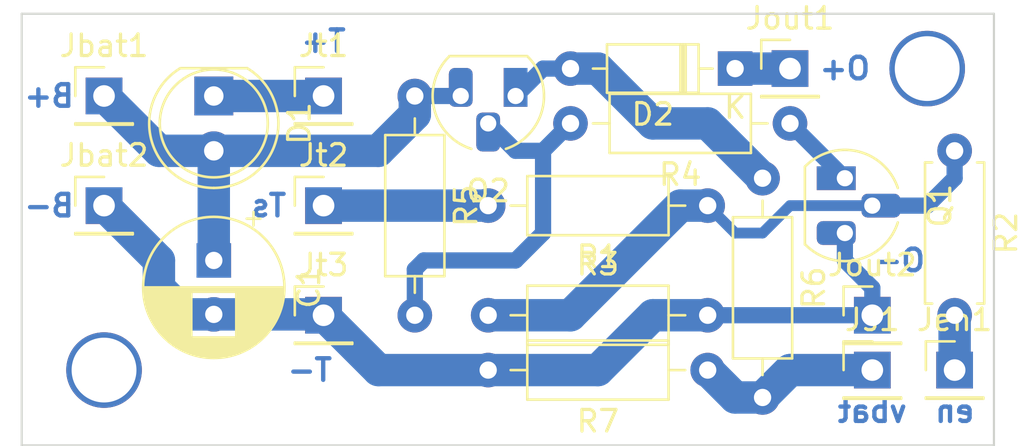
<source format=kicad_pcb>
(kicad_pcb (version 20171130) (host pcbnew 5.1.6-c6e7f7d~87~ubuntu19.10.1)

  (general
    (thickness 1.6)
    (drawings 13)
    (tracks 57)
    (zones 0)
    (modules 21)
    (nets 12)
  )

  (page A4)
  (layers
    (0 F.Cu signal)
    (31 B.Cu signal)
    (32 B.Adhes user)
    (33 F.Adhes user)
    (34 B.Paste user)
    (35 F.Paste user)
    (36 B.SilkS user)
    (37 F.SilkS user)
    (38 B.Mask user)
    (39 F.Mask user)
    (40 Dwgs.User user)
    (41 Cmts.User user)
    (42 Eco1.User user)
    (43 Eco2.User user)
    (44 Edge.Cuts user)
    (45 Margin user)
    (46 B.CrtYd user)
    (47 F.CrtYd user)
    (48 B.Fab user)
    (49 F.Fab user)
  )

  (setup
    (last_trace_width 0.5)
    (user_trace_width 0.5)
    (user_trace_width 0.75)
    (user_trace_width 1.5)
    (user_trace_width 2)
    (trace_clearance 0.2)
    (zone_clearance 1)
    (zone_45_only no)
    (trace_min 0.2)
    (via_size 0.8)
    (via_drill 0.4)
    (via_min_size 0.4)
    (via_min_drill 0.3)
    (uvia_size 0.3)
    (uvia_drill 0.1)
    (uvias_allowed no)
    (uvia_min_size 0.2)
    (uvia_min_drill 0.1)
    (edge_width 0.05)
    (segment_width 0.2)
    (pcb_text_width 0.3)
    (pcb_text_size 1.5 1.5)
    (mod_edge_width 0.12)
    (mod_text_size 1 1)
    (mod_text_width 0.15)
    (pad_size 1.524 1.524)
    (pad_drill 0.762)
    (pad_to_mask_clearance 0.05)
    (aux_axis_origin 0 0)
    (visible_elements FFFFFF7F)
    (pcbplotparams
      (layerselection 0x010fc_ffffffff)
      (usegerberextensions false)
      (usegerberattributes true)
      (usegerberadvancedattributes true)
      (creategerberjobfile true)
      (excludeedgelayer true)
      (linewidth 0.100000)
      (plotframeref false)
      (viasonmask false)
      (mode 1)
      (useauxorigin false)
      (hpglpennumber 1)
      (hpglpenspeed 20)
      (hpglpendiameter 15.000000)
      (psnegative false)
      (psa4output false)
      (plotreference true)
      (plotvalue true)
      (plotinvisibletext false)
      (padsonsilk false)
      (subtractmaskfromsilk false)
      (outputformat 1)
      (mirror false)
      (drillshape 1)
      (scaleselection 1)
      (outputdirectory ""))
  )

  (net 0 "")
  (net 1 "Net-(C1-Pad1)")
  (net 2 GND)
  (net 3 "Net-(D1-Pad1)")
  (net 4 "Net-(D2-Pad1)")
  (net 5 "Net-(D2-Pad2)")
  (net 6 "Net-(Jen1-Pad1)")
  (net 7 "Net-(Js1-Pad1)")
  (net 8 "Net-(Jt2-Pad1)")
  (net 9 "Net-(Q1-Pad1)")
  (net 10 "Net-(Q1-Pad2)")
  (net 11 "Net-(Q2-Pad2)")

  (net_class Default "This is the default net class."
    (clearance 0.2)
    (trace_width 0.25)
    (via_dia 0.8)
    (via_drill 0.4)
    (uvia_dia 0.3)
    (uvia_drill 0.1)
    (add_net GND)
    (add_net "Net-(C1-Pad1)")
    (add_net "Net-(D1-Pad1)")
    (add_net "Net-(D2-Pad1)")
    (add_net "Net-(D2-Pad2)")
    (add_net "Net-(Jen1-Pad1)")
    (add_net "Net-(Js1-Pad1)")
    (add_net "Net-(Jt2-Pad1)")
    (add_net "Net-(Q1-Pad1)")
    (add_net "Net-(Q1-Pad2)")
    (add_net "Net-(Q2-Pad2)")
  )

  (module Capacitor_THT:CP_Radial_D6.3mm_P2.50mm (layer F.Cu) (tedit 5AE50EF0) (tstamp 60516EF1)
    (at 25.4 58.42 270)
    (descr "CP, Radial series, Radial, pin pitch=2.50mm, , diameter=6.3mm, Electrolytic Capacitor")
    (tags "CP Radial series Radial pin pitch 2.50mm  diameter 6.3mm Electrolytic Capacitor")
    (path /6055C859)
    (fp_text reference C1 (at 1.25 -4.4 90) (layer F.SilkS)
      (effects (font (size 1 1) (thickness 0.15)))
    )
    (fp_text value 10uF (at 1.25 4.4 90) (layer F.Fab)
      (effects (font (size 1 1) (thickness 0.15)))
    )
    (fp_line (start -1.935241 -2.154) (end -1.935241 -1.524) (layer F.SilkS) (width 0.12))
    (fp_line (start -2.250241 -1.839) (end -1.620241 -1.839) (layer F.SilkS) (width 0.12))
    (fp_line (start 4.491 -0.402) (end 4.491 0.402) (layer F.SilkS) (width 0.12))
    (fp_line (start 4.451 -0.633) (end 4.451 0.633) (layer F.SilkS) (width 0.12))
    (fp_line (start 4.411 -0.802) (end 4.411 0.802) (layer F.SilkS) (width 0.12))
    (fp_line (start 4.371 -0.94) (end 4.371 0.94) (layer F.SilkS) (width 0.12))
    (fp_line (start 4.331 -1.059) (end 4.331 1.059) (layer F.SilkS) (width 0.12))
    (fp_line (start 4.291 -1.165) (end 4.291 1.165) (layer F.SilkS) (width 0.12))
    (fp_line (start 4.251 -1.262) (end 4.251 1.262) (layer F.SilkS) (width 0.12))
    (fp_line (start 4.211 -1.35) (end 4.211 1.35) (layer F.SilkS) (width 0.12))
    (fp_line (start 4.171 -1.432) (end 4.171 1.432) (layer F.SilkS) (width 0.12))
    (fp_line (start 4.131 -1.509) (end 4.131 1.509) (layer F.SilkS) (width 0.12))
    (fp_line (start 4.091 -1.581) (end 4.091 1.581) (layer F.SilkS) (width 0.12))
    (fp_line (start 4.051 -1.65) (end 4.051 1.65) (layer F.SilkS) (width 0.12))
    (fp_line (start 4.011 -1.714) (end 4.011 1.714) (layer F.SilkS) (width 0.12))
    (fp_line (start 3.971 -1.776) (end 3.971 1.776) (layer F.SilkS) (width 0.12))
    (fp_line (start 3.931 -1.834) (end 3.931 1.834) (layer F.SilkS) (width 0.12))
    (fp_line (start 3.891 -1.89) (end 3.891 1.89) (layer F.SilkS) (width 0.12))
    (fp_line (start 3.851 -1.944) (end 3.851 1.944) (layer F.SilkS) (width 0.12))
    (fp_line (start 3.811 -1.995) (end 3.811 1.995) (layer F.SilkS) (width 0.12))
    (fp_line (start 3.771 -2.044) (end 3.771 2.044) (layer F.SilkS) (width 0.12))
    (fp_line (start 3.731 -2.092) (end 3.731 2.092) (layer F.SilkS) (width 0.12))
    (fp_line (start 3.691 -2.137) (end 3.691 2.137) (layer F.SilkS) (width 0.12))
    (fp_line (start 3.651 -2.182) (end 3.651 2.182) (layer F.SilkS) (width 0.12))
    (fp_line (start 3.611 -2.224) (end 3.611 2.224) (layer F.SilkS) (width 0.12))
    (fp_line (start 3.571 -2.265) (end 3.571 2.265) (layer F.SilkS) (width 0.12))
    (fp_line (start 3.531 1.04) (end 3.531 2.305) (layer F.SilkS) (width 0.12))
    (fp_line (start 3.531 -2.305) (end 3.531 -1.04) (layer F.SilkS) (width 0.12))
    (fp_line (start 3.491 1.04) (end 3.491 2.343) (layer F.SilkS) (width 0.12))
    (fp_line (start 3.491 -2.343) (end 3.491 -1.04) (layer F.SilkS) (width 0.12))
    (fp_line (start 3.451 1.04) (end 3.451 2.38) (layer F.SilkS) (width 0.12))
    (fp_line (start 3.451 -2.38) (end 3.451 -1.04) (layer F.SilkS) (width 0.12))
    (fp_line (start 3.411 1.04) (end 3.411 2.416) (layer F.SilkS) (width 0.12))
    (fp_line (start 3.411 -2.416) (end 3.411 -1.04) (layer F.SilkS) (width 0.12))
    (fp_line (start 3.371 1.04) (end 3.371 2.45) (layer F.SilkS) (width 0.12))
    (fp_line (start 3.371 -2.45) (end 3.371 -1.04) (layer F.SilkS) (width 0.12))
    (fp_line (start 3.331 1.04) (end 3.331 2.484) (layer F.SilkS) (width 0.12))
    (fp_line (start 3.331 -2.484) (end 3.331 -1.04) (layer F.SilkS) (width 0.12))
    (fp_line (start 3.291 1.04) (end 3.291 2.516) (layer F.SilkS) (width 0.12))
    (fp_line (start 3.291 -2.516) (end 3.291 -1.04) (layer F.SilkS) (width 0.12))
    (fp_line (start 3.251 1.04) (end 3.251 2.548) (layer F.SilkS) (width 0.12))
    (fp_line (start 3.251 -2.548) (end 3.251 -1.04) (layer F.SilkS) (width 0.12))
    (fp_line (start 3.211 1.04) (end 3.211 2.578) (layer F.SilkS) (width 0.12))
    (fp_line (start 3.211 -2.578) (end 3.211 -1.04) (layer F.SilkS) (width 0.12))
    (fp_line (start 3.171 1.04) (end 3.171 2.607) (layer F.SilkS) (width 0.12))
    (fp_line (start 3.171 -2.607) (end 3.171 -1.04) (layer F.SilkS) (width 0.12))
    (fp_line (start 3.131 1.04) (end 3.131 2.636) (layer F.SilkS) (width 0.12))
    (fp_line (start 3.131 -2.636) (end 3.131 -1.04) (layer F.SilkS) (width 0.12))
    (fp_line (start 3.091 1.04) (end 3.091 2.664) (layer F.SilkS) (width 0.12))
    (fp_line (start 3.091 -2.664) (end 3.091 -1.04) (layer F.SilkS) (width 0.12))
    (fp_line (start 3.051 1.04) (end 3.051 2.69) (layer F.SilkS) (width 0.12))
    (fp_line (start 3.051 -2.69) (end 3.051 -1.04) (layer F.SilkS) (width 0.12))
    (fp_line (start 3.011 1.04) (end 3.011 2.716) (layer F.SilkS) (width 0.12))
    (fp_line (start 3.011 -2.716) (end 3.011 -1.04) (layer F.SilkS) (width 0.12))
    (fp_line (start 2.971 1.04) (end 2.971 2.742) (layer F.SilkS) (width 0.12))
    (fp_line (start 2.971 -2.742) (end 2.971 -1.04) (layer F.SilkS) (width 0.12))
    (fp_line (start 2.931 1.04) (end 2.931 2.766) (layer F.SilkS) (width 0.12))
    (fp_line (start 2.931 -2.766) (end 2.931 -1.04) (layer F.SilkS) (width 0.12))
    (fp_line (start 2.891 1.04) (end 2.891 2.79) (layer F.SilkS) (width 0.12))
    (fp_line (start 2.891 -2.79) (end 2.891 -1.04) (layer F.SilkS) (width 0.12))
    (fp_line (start 2.851 1.04) (end 2.851 2.812) (layer F.SilkS) (width 0.12))
    (fp_line (start 2.851 -2.812) (end 2.851 -1.04) (layer F.SilkS) (width 0.12))
    (fp_line (start 2.811 1.04) (end 2.811 2.834) (layer F.SilkS) (width 0.12))
    (fp_line (start 2.811 -2.834) (end 2.811 -1.04) (layer F.SilkS) (width 0.12))
    (fp_line (start 2.771 1.04) (end 2.771 2.856) (layer F.SilkS) (width 0.12))
    (fp_line (start 2.771 -2.856) (end 2.771 -1.04) (layer F.SilkS) (width 0.12))
    (fp_line (start 2.731 1.04) (end 2.731 2.876) (layer F.SilkS) (width 0.12))
    (fp_line (start 2.731 -2.876) (end 2.731 -1.04) (layer F.SilkS) (width 0.12))
    (fp_line (start 2.691 1.04) (end 2.691 2.896) (layer F.SilkS) (width 0.12))
    (fp_line (start 2.691 -2.896) (end 2.691 -1.04) (layer F.SilkS) (width 0.12))
    (fp_line (start 2.651 1.04) (end 2.651 2.916) (layer F.SilkS) (width 0.12))
    (fp_line (start 2.651 -2.916) (end 2.651 -1.04) (layer F.SilkS) (width 0.12))
    (fp_line (start 2.611 1.04) (end 2.611 2.934) (layer F.SilkS) (width 0.12))
    (fp_line (start 2.611 -2.934) (end 2.611 -1.04) (layer F.SilkS) (width 0.12))
    (fp_line (start 2.571 1.04) (end 2.571 2.952) (layer F.SilkS) (width 0.12))
    (fp_line (start 2.571 -2.952) (end 2.571 -1.04) (layer F.SilkS) (width 0.12))
    (fp_line (start 2.531 1.04) (end 2.531 2.97) (layer F.SilkS) (width 0.12))
    (fp_line (start 2.531 -2.97) (end 2.531 -1.04) (layer F.SilkS) (width 0.12))
    (fp_line (start 2.491 1.04) (end 2.491 2.986) (layer F.SilkS) (width 0.12))
    (fp_line (start 2.491 -2.986) (end 2.491 -1.04) (layer F.SilkS) (width 0.12))
    (fp_line (start 2.451 1.04) (end 2.451 3.002) (layer F.SilkS) (width 0.12))
    (fp_line (start 2.451 -3.002) (end 2.451 -1.04) (layer F.SilkS) (width 0.12))
    (fp_line (start 2.411 1.04) (end 2.411 3.018) (layer F.SilkS) (width 0.12))
    (fp_line (start 2.411 -3.018) (end 2.411 -1.04) (layer F.SilkS) (width 0.12))
    (fp_line (start 2.371 1.04) (end 2.371 3.033) (layer F.SilkS) (width 0.12))
    (fp_line (start 2.371 -3.033) (end 2.371 -1.04) (layer F.SilkS) (width 0.12))
    (fp_line (start 2.331 1.04) (end 2.331 3.047) (layer F.SilkS) (width 0.12))
    (fp_line (start 2.331 -3.047) (end 2.331 -1.04) (layer F.SilkS) (width 0.12))
    (fp_line (start 2.291 1.04) (end 2.291 3.061) (layer F.SilkS) (width 0.12))
    (fp_line (start 2.291 -3.061) (end 2.291 -1.04) (layer F.SilkS) (width 0.12))
    (fp_line (start 2.251 1.04) (end 2.251 3.074) (layer F.SilkS) (width 0.12))
    (fp_line (start 2.251 -3.074) (end 2.251 -1.04) (layer F.SilkS) (width 0.12))
    (fp_line (start 2.211 1.04) (end 2.211 3.086) (layer F.SilkS) (width 0.12))
    (fp_line (start 2.211 -3.086) (end 2.211 -1.04) (layer F.SilkS) (width 0.12))
    (fp_line (start 2.171 1.04) (end 2.171 3.098) (layer F.SilkS) (width 0.12))
    (fp_line (start 2.171 -3.098) (end 2.171 -1.04) (layer F.SilkS) (width 0.12))
    (fp_line (start 2.131 1.04) (end 2.131 3.11) (layer F.SilkS) (width 0.12))
    (fp_line (start 2.131 -3.11) (end 2.131 -1.04) (layer F.SilkS) (width 0.12))
    (fp_line (start 2.091 1.04) (end 2.091 3.121) (layer F.SilkS) (width 0.12))
    (fp_line (start 2.091 -3.121) (end 2.091 -1.04) (layer F.SilkS) (width 0.12))
    (fp_line (start 2.051 1.04) (end 2.051 3.131) (layer F.SilkS) (width 0.12))
    (fp_line (start 2.051 -3.131) (end 2.051 -1.04) (layer F.SilkS) (width 0.12))
    (fp_line (start 2.011 1.04) (end 2.011 3.141) (layer F.SilkS) (width 0.12))
    (fp_line (start 2.011 -3.141) (end 2.011 -1.04) (layer F.SilkS) (width 0.12))
    (fp_line (start 1.971 1.04) (end 1.971 3.15) (layer F.SilkS) (width 0.12))
    (fp_line (start 1.971 -3.15) (end 1.971 -1.04) (layer F.SilkS) (width 0.12))
    (fp_line (start 1.93 1.04) (end 1.93 3.159) (layer F.SilkS) (width 0.12))
    (fp_line (start 1.93 -3.159) (end 1.93 -1.04) (layer F.SilkS) (width 0.12))
    (fp_line (start 1.89 1.04) (end 1.89 3.167) (layer F.SilkS) (width 0.12))
    (fp_line (start 1.89 -3.167) (end 1.89 -1.04) (layer F.SilkS) (width 0.12))
    (fp_line (start 1.85 1.04) (end 1.85 3.175) (layer F.SilkS) (width 0.12))
    (fp_line (start 1.85 -3.175) (end 1.85 -1.04) (layer F.SilkS) (width 0.12))
    (fp_line (start 1.81 1.04) (end 1.81 3.182) (layer F.SilkS) (width 0.12))
    (fp_line (start 1.81 -3.182) (end 1.81 -1.04) (layer F.SilkS) (width 0.12))
    (fp_line (start 1.77 1.04) (end 1.77 3.189) (layer F.SilkS) (width 0.12))
    (fp_line (start 1.77 -3.189) (end 1.77 -1.04) (layer F.SilkS) (width 0.12))
    (fp_line (start 1.73 1.04) (end 1.73 3.195) (layer F.SilkS) (width 0.12))
    (fp_line (start 1.73 -3.195) (end 1.73 -1.04) (layer F.SilkS) (width 0.12))
    (fp_line (start 1.69 1.04) (end 1.69 3.201) (layer F.SilkS) (width 0.12))
    (fp_line (start 1.69 -3.201) (end 1.69 -1.04) (layer F.SilkS) (width 0.12))
    (fp_line (start 1.65 1.04) (end 1.65 3.206) (layer F.SilkS) (width 0.12))
    (fp_line (start 1.65 -3.206) (end 1.65 -1.04) (layer F.SilkS) (width 0.12))
    (fp_line (start 1.61 1.04) (end 1.61 3.211) (layer F.SilkS) (width 0.12))
    (fp_line (start 1.61 -3.211) (end 1.61 -1.04) (layer F.SilkS) (width 0.12))
    (fp_line (start 1.57 1.04) (end 1.57 3.215) (layer F.SilkS) (width 0.12))
    (fp_line (start 1.57 -3.215) (end 1.57 -1.04) (layer F.SilkS) (width 0.12))
    (fp_line (start 1.53 1.04) (end 1.53 3.218) (layer F.SilkS) (width 0.12))
    (fp_line (start 1.53 -3.218) (end 1.53 -1.04) (layer F.SilkS) (width 0.12))
    (fp_line (start 1.49 1.04) (end 1.49 3.222) (layer F.SilkS) (width 0.12))
    (fp_line (start 1.49 -3.222) (end 1.49 -1.04) (layer F.SilkS) (width 0.12))
    (fp_line (start 1.45 -3.224) (end 1.45 3.224) (layer F.SilkS) (width 0.12))
    (fp_line (start 1.41 -3.227) (end 1.41 3.227) (layer F.SilkS) (width 0.12))
    (fp_line (start 1.37 -3.228) (end 1.37 3.228) (layer F.SilkS) (width 0.12))
    (fp_line (start 1.33 -3.23) (end 1.33 3.23) (layer F.SilkS) (width 0.12))
    (fp_line (start 1.29 -3.23) (end 1.29 3.23) (layer F.SilkS) (width 0.12))
    (fp_line (start 1.25 -3.23) (end 1.25 3.23) (layer F.SilkS) (width 0.12))
    (fp_line (start -1.128972 -1.6885) (end -1.128972 -1.0585) (layer F.Fab) (width 0.1))
    (fp_line (start -1.443972 -1.3735) (end -0.813972 -1.3735) (layer F.Fab) (width 0.1))
    (fp_circle (center 1.25 0) (end 4.65 0) (layer F.CrtYd) (width 0.05))
    (fp_circle (center 1.25 0) (end 4.52 0) (layer F.SilkS) (width 0.12))
    (fp_circle (center 1.25 0) (end 4.4 0) (layer F.Fab) (width 0.1))
    (fp_text user %R (at 1.25 0 90) (layer F.Fab)
      (effects (font (size 1 1) (thickness 0.15)))
    )
    (pad 1 thru_hole rect (at 0 0 270) (size 1.6 1.6) (drill 0.8) (layers *.Cu *.Mask)
      (net 1 "Net-(C1-Pad1)"))
    (pad 2 thru_hole circle (at 2.5 0 270) (size 1.6 1.6) (drill 0.8) (layers *.Cu *.Mask)
      (net 2 GND))
    (model ${KISYS3DMOD}/Capacitor_THT.3dshapes/CP_Radial_D6.3mm_P2.50mm.wrl
      (at (xyz 0 0 0))
      (scale (xyz 1 1 1))
      (rotate (xyz 0 0 0))
    )
  )

  (module LED_THT:LED_D5.0mm (layer F.Cu) (tedit 5995936A) (tstamp 60516F03)
    (at 25.4 50.8 270)
    (descr "LED, diameter 5.0mm, 2 pins, http://cdn-reichelt.de/documents/datenblatt/A500/LL-504BC2E-009.pdf")
    (tags "LED diameter 5.0mm 2 pins")
    (path /60536DA5)
    (fp_text reference D1 (at 1.27 -3.96 90) (layer F.SilkS)
      (effects (font (size 1 1) (thickness 0.15)))
    )
    (fp_text value LED (at 1.27 3.96 90) (layer F.Fab)
      (effects (font (size 1 1) (thickness 0.15)))
    )
    (fp_line (start 4.5 -3.25) (end -1.95 -3.25) (layer F.CrtYd) (width 0.05))
    (fp_line (start 4.5 3.25) (end 4.5 -3.25) (layer F.CrtYd) (width 0.05))
    (fp_line (start -1.95 3.25) (end 4.5 3.25) (layer F.CrtYd) (width 0.05))
    (fp_line (start -1.95 -3.25) (end -1.95 3.25) (layer F.CrtYd) (width 0.05))
    (fp_line (start -1.29 -1.545) (end -1.29 1.545) (layer F.SilkS) (width 0.12))
    (fp_line (start -1.23 -1.469694) (end -1.23 1.469694) (layer F.Fab) (width 0.1))
    (fp_circle (center 1.27 0) (end 3.77 0) (layer F.SilkS) (width 0.12))
    (fp_circle (center 1.27 0) (end 3.77 0) (layer F.Fab) (width 0.1))
    (fp_arc (start 1.27 0) (end -1.23 -1.469694) (angle 299.1) (layer F.Fab) (width 0.1))
    (fp_arc (start 1.27 0) (end -1.29 -1.54483) (angle 148.9) (layer F.SilkS) (width 0.12))
    (fp_arc (start 1.27 0) (end -1.29 1.54483) (angle -148.9) (layer F.SilkS) (width 0.12))
    (fp_text user %R (at 1.25 0 90) (layer F.Fab)
      (effects (font (size 0.8 0.8) (thickness 0.2)))
    )
    (pad 1 thru_hole rect (at 0 0 270) (size 1.8 1.8) (drill 0.9) (layers *.Cu *.Mask)
      (net 3 "Net-(D1-Pad1)"))
    (pad 2 thru_hole circle (at 2.54 0 270) (size 1.8 1.8) (drill 0.9) (layers *.Cu *.Mask)
      (net 1 "Net-(C1-Pad1)"))
    (model ${KISYS3DMOD}/LED_THT.3dshapes/LED_D5.0mm.wrl
      (at (xyz 0 0 0))
      (scale (xyz 1 1 1))
      (rotate (xyz 0 0 0))
    )
  )

  (module Diode_THT:D_DO-35_SOD27_P7.62mm_Horizontal (layer F.Cu) (tedit 5AE50CD5) (tstamp 60516F22)
    (at 49.53 49.53 180)
    (descr "Diode, DO-35_SOD27 series, Axial, Horizontal, pin pitch=7.62mm, , length*diameter=4*2mm^2, , http://www.diodes.com/_files/packages/DO-35.pdf")
    (tags "Diode DO-35_SOD27 series Axial Horizontal pin pitch 7.62mm  length 4mm diameter 2mm")
    (path /604E97D0)
    (fp_text reference D2 (at 3.81 -2.12) (layer F.SilkS)
      (effects (font (size 1 1) (thickness 0.15)))
    )
    (fp_text value 1N4148 (at 3.81 2.12) (layer F.Fab)
      (effects (font (size 1 1) (thickness 0.15)))
    )
    (fp_line (start 8.67 -1.25) (end -1.05 -1.25) (layer F.CrtYd) (width 0.05))
    (fp_line (start 8.67 1.25) (end 8.67 -1.25) (layer F.CrtYd) (width 0.05))
    (fp_line (start -1.05 1.25) (end 8.67 1.25) (layer F.CrtYd) (width 0.05))
    (fp_line (start -1.05 -1.25) (end -1.05 1.25) (layer F.CrtYd) (width 0.05))
    (fp_line (start 2.29 -1.12) (end 2.29 1.12) (layer F.SilkS) (width 0.12))
    (fp_line (start 2.53 -1.12) (end 2.53 1.12) (layer F.SilkS) (width 0.12))
    (fp_line (start 2.41 -1.12) (end 2.41 1.12) (layer F.SilkS) (width 0.12))
    (fp_line (start 6.58 0) (end 5.93 0) (layer F.SilkS) (width 0.12))
    (fp_line (start 1.04 0) (end 1.69 0) (layer F.SilkS) (width 0.12))
    (fp_line (start 5.93 -1.12) (end 1.69 -1.12) (layer F.SilkS) (width 0.12))
    (fp_line (start 5.93 1.12) (end 5.93 -1.12) (layer F.SilkS) (width 0.12))
    (fp_line (start 1.69 1.12) (end 5.93 1.12) (layer F.SilkS) (width 0.12))
    (fp_line (start 1.69 -1.12) (end 1.69 1.12) (layer F.SilkS) (width 0.12))
    (fp_line (start 2.31 -1) (end 2.31 1) (layer F.Fab) (width 0.1))
    (fp_line (start 2.51 -1) (end 2.51 1) (layer F.Fab) (width 0.1))
    (fp_line (start 2.41 -1) (end 2.41 1) (layer F.Fab) (width 0.1))
    (fp_line (start 7.62 0) (end 5.81 0) (layer F.Fab) (width 0.1))
    (fp_line (start 0 0) (end 1.81 0) (layer F.Fab) (width 0.1))
    (fp_line (start 5.81 -1) (end 1.81 -1) (layer F.Fab) (width 0.1))
    (fp_line (start 5.81 1) (end 5.81 -1) (layer F.Fab) (width 0.1))
    (fp_line (start 1.81 1) (end 5.81 1) (layer F.Fab) (width 0.1))
    (fp_line (start 1.81 -1) (end 1.81 1) (layer F.Fab) (width 0.1))
    (fp_text user %R (at 4.11 0) (layer F.Fab)
      (effects (font (size 0.8 0.8) (thickness 0.12)))
    )
    (fp_text user K (at 0 -1.8) (layer F.Fab)
      (effects (font (size 1 1) (thickness 0.15)))
    )
    (fp_text user K (at 0 -1.8) (layer F.SilkS)
      (effects (font (size 1 1) (thickness 0.15)))
    )
    (pad 1 thru_hole rect (at 0 0 180) (size 1.6 1.6) (drill 0.8) (layers *.Cu *.Mask)
      (net 4 "Net-(D2-Pad1)"))
    (pad 2 thru_hole oval (at 7.62 0 180) (size 1.6 1.6) (drill 0.8) (layers *.Cu *.Mask)
      (net 5 "Net-(D2-Pad2)"))
    (model ${KISYS3DMOD}/Diode_THT.3dshapes/D_DO-35_SOD27_P7.62mm_Horizontal.wrl
      (at (xyz 0 0 0))
      (scale (xyz 1 1 1))
      (rotate (xyz 0 0 0))
    )
  )

  (module Connector_PinHeader_2.54mm:PinHeader_1x01_P2.54mm_Vertical (layer F.Cu) (tedit 59FED5CC) (tstamp 60516F37)
    (at 20.32 50.8)
    (descr "Through hole straight pin header, 1x01, 2.54mm pitch, single row")
    (tags "Through hole pin header THT 1x01 2.54mm single row")
    (path /604E465F)
    (fp_text reference Jbat1 (at 0 -2.33) (layer F.SilkS)
      (effects (font (size 1 1) (thickness 0.15)))
    )
    (fp_text value bat_positive (at 0 2.33) (layer F.Fab)
      (effects (font (size 1 1) (thickness 0.15)))
    )
    (fp_text user %R (at 0 0 90) (layer F.Fab)
      (effects (font (size 1 1) (thickness 0.15)))
    )
    (fp_line (start -0.635 -1.27) (end 1.27 -1.27) (layer F.Fab) (width 0.1))
    (fp_line (start 1.27 -1.27) (end 1.27 1.27) (layer F.Fab) (width 0.1))
    (fp_line (start 1.27 1.27) (end -1.27 1.27) (layer F.Fab) (width 0.1))
    (fp_line (start -1.27 1.27) (end -1.27 -0.635) (layer F.Fab) (width 0.1))
    (fp_line (start -1.27 -0.635) (end -0.635 -1.27) (layer F.Fab) (width 0.1))
    (fp_line (start -1.33 1.33) (end 1.33 1.33) (layer F.SilkS) (width 0.12))
    (fp_line (start -1.33 1.27) (end -1.33 1.33) (layer F.SilkS) (width 0.12))
    (fp_line (start 1.33 1.27) (end 1.33 1.33) (layer F.SilkS) (width 0.12))
    (fp_line (start -1.33 1.27) (end 1.33 1.27) (layer F.SilkS) (width 0.12))
    (fp_line (start -1.33 0) (end -1.33 -1.33) (layer F.SilkS) (width 0.12))
    (fp_line (start -1.33 -1.33) (end 0 -1.33) (layer F.SilkS) (width 0.12))
    (fp_line (start -1.8 -1.8) (end -1.8 1.8) (layer F.CrtYd) (width 0.05))
    (fp_line (start -1.8 1.8) (end 1.8 1.8) (layer F.CrtYd) (width 0.05))
    (fp_line (start 1.8 1.8) (end 1.8 -1.8) (layer F.CrtYd) (width 0.05))
    (fp_line (start 1.8 -1.8) (end -1.8 -1.8) (layer F.CrtYd) (width 0.05))
    (pad 1 thru_hole rect (at 0 0) (size 1.7 1.7) (drill 1) (layers *.Cu *.Mask)
      (net 1 "Net-(C1-Pad1)"))
    (model ${KISYS3DMOD}/Connector_PinHeader_2.54mm.3dshapes/PinHeader_1x01_P2.54mm_Vertical.wrl
      (at (xyz 0 0 0))
      (scale (xyz 1 1 1))
      (rotate (xyz 0 0 0))
    )
  )

  (module Connector_PinHeader_2.54mm:PinHeader_1x01_P2.54mm_Vertical (layer F.Cu) (tedit 59FED5CC) (tstamp 60516F4C)
    (at 20.32 55.88)
    (descr "Through hole straight pin header, 1x01, 2.54mm pitch, single row")
    (tags "Through hole pin header THT 1x01 2.54mm single row")
    (path /604E5347)
    (fp_text reference Jbat2 (at 0 -2.33) (layer F.SilkS)
      (effects (font (size 1 1) (thickness 0.15)))
    )
    (fp_text value bat_negative (at 0 2.33) (layer F.Fab)
      (effects (font (size 1 1) (thickness 0.15)))
    )
    (fp_text user %R (at 0 0 90) (layer F.Fab)
      (effects (font (size 1 1) (thickness 0.15)))
    )
    (fp_line (start -0.635 -1.27) (end 1.27 -1.27) (layer F.Fab) (width 0.1))
    (fp_line (start 1.27 -1.27) (end 1.27 1.27) (layer F.Fab) (width 0.1))
    (fp_line (start 1.27 1.27) (end -1.27 1.27) (layer F.Fab) (width 0.1))
    (fp_line (start -1.27 1.27) (end -1.27 -0.635) (layer F.Fab) (width 0.1))
    (fp_line (start -1.27 -0.635) (end -0.635 -1.27) (layer F.Fab) (width 0.1))
    (fp_line (start -1.33 1.33) (end 1.33 1.33) (layer F.SilkS) (width 0.12))
    (fp_line (start -1.33 1.27) (end -1.33 1.33) (layer F.SilkS) (width 0.12))
    (fp_line (start 1.33 1.27) (end 1.33 1.33) (layer F.SilkS) (width 0.12))
    (fp_line (start -1.33 1.27) (end 1.33 1.27) (layer F.SilkS) (width 0.12))
    (fp_line (start -1.33 0) (end -1.33 -1.33) (layer F.SilkS) (width 0.12))
    (fp_line (start -1.33 -1.33) (end 0 -1.33) (layer F.SilkS) (width 0.12))
    (fp_line (start -1.8 -1.8) (end -1.8 1.8) (layer F.CrtYd) (width 0.05))
    (fp_line (start -1.8 1.8) (end 1.8 1.8) (layer F.CrtYd) (width 0.05))
    (fp_line (start 1.8 1.8) (end 1.8 -1.8) (layer F.CrtYd) (width 0.05))
    (fp_line (start 1.8 -1.8) (end -1.8 -1.8) (layer F.CrtYd) (width 0.05))
    (pad 1 thru_hole rect (at 0 0) (size 1.7 1.7) (drill 1) (layers *.Cu *.Mask)
      (net 2 GND))
    (model ${KISYS3DMOD}/Connector_PinHeader_2.54mm.3dshapes/PinHeader_1x01_P2.54mm_Vertical.wrl
      (at (xyz 0 0 0))
      (scale (xyz 1 1 1))
      (rotate (xyz 0 0 0))
    )
  )

  (module Connector_PinHeader_2.54mm:PinHeader_1x01_P2.54mm_Vertical (layer F.Cu) (tedit 59FED5CC) (tstamp 60516F61)
    (at 59.69 63.5)
    (descr "Through hole straight pin header, 1x01, 2.54mm pitch, single row")
    (tags "Through hole pin header THT 1x01 2.54mm single row")
    (path /6054FCD6)
    (fp_text reference Jen1 (at 0 -2.33) (layer F.SilkS)
      (effects (font (size 1 1) (thickness 0.15)))
    )
    (fp_text value enable (at 0 2.33) (layer F.Fab)
      (effects (font (size 1 1) (thickness 0.15)))
    )
    (fp_line (start 1.8 -1.8) (end -1.8 -1.8) (layer F.CrtYd) (width 0.05))
    (fp_line (start 1.8 1.8) (end 1.8 -1.8) (layer F.CrtYd) (width 0.05))
    (fp_line (start -1.8 1.8) (end 1.8 1.8) (layer F.CrtYd) (width 0.05))
    (fp_line (start -1.8 -1.8) (end -1.8 1.8) (layer F.CrtYd) (width 0.05))
    (fp_line (start -1.33 -1.33) (end 0 -1.33) (layer F.SilkS) (width 0.12))
    (fp_line (start -1.33 0) (end -1.33 -1.33) (layer F.SilkS) (width 0.12))
    (fp_line (start -1.33 1.27) (end 1.33 1.27) (layer F.SilkS) (width 0.12))
    (fp_line (start 1.33 1.27) (end 1.33 1.33) (layer F.SilkS) (width 0.12))
    (fp_line (start -1.33 1.27) (end -1.33 1.33) (layer F.SilkS) (width 0.12))
    (fp_line (start -1.33 1.33) (end 1.33 1.33) (layer F.SilkS) (width 0.12))
    (fp_line (start -1.27 -0.635) (end -0.635 -1.27) (layer F.Fab) (width 0.1))
    (fp_line (start -1.27 1.27) (end -1.27 -0.635) (layer F.Fab) (width 0.1))
    (fp_line (start 1.27 1.27) (end -1.27 1.27) (layer F.Fab) (width 0.1))
    (fp_line (start 1.27 -1.27) (end 1.27 1.27) (layer F.Fab) (width 0.1))
    (fp_line (start -0.635 -1.27) (end 1.27 -1.27) (layer F.Fab) (width 0.1))
    (fp_text user %R (at 0 0 90) (layer F.Fab)
      (effects (font (size 1 1) (thickness 0.15)))
    )
    (pad 1 thru_hole rect (at 0 0) (size 1.7 1.7) (drill 1) (layers *.Cu *.Mask)
      (net 6 "Net-(Jen1-Pad1)"))
    (model ${KISYS3DMOD}/Connector_PinHeader_2.54mm.3dshapes/PinHeader_1x01_P2.54mm_Vertical.wrl
      (at (xyz 0 0 0))
      (scale (xyz 1 1 1))
      (rotate (xyz 0 0 0))
    )
  )

  (module Connector_PinHeader_2.54mm:PinHeader_1x01_P2.54mm_Vertical (layer F.Cu) (tedit 59FED5CC) (tstamp 60516F76)
    (at 52.07 49.53)
    (descr "Through hole straight pin header, 1x01, 2.54mm pitch, single row")
    (tags "Through hole pin header THT 1x01 2.54mm single row")
    (path /604E571D)
    (fp_text reference Jout1 (at 0 -2.33) (layer F.SilkS)
      (effects (font (size 1 1) (thickness 0.15)))
    )
    (fp_text value output_positive (at 0 2.33) (layer F.Fab)
      (effects (font (size 1 1) (thickness 0.15)))
    )
    (fp_text user %R (at 0 0 90) (layer F.Fab)
      (effects (font (size 1 1) (thickness 0.15)))
    )
    (fp_line (start -0.635 -1.27) (end 1.27 -1.27) (layer F.Fab) (width 0.1))
    (fp_line (start 1.27 -1.27) (end 1.27 1.27) (layer F.Fab) (width 0.1))
    (fp_line (start 1.27 1.27) (end -1.27 1.27) (layer F.Fab) (width 0.1))
    (fp_line (start -1.27 1.27) (end -1.27 -0.635) (layer F.Fab) (width 0.1))
    (fp_line (start -1.27 -0.635) (end -0.635 -1.27) (layer F.Fab) (width 0.1))
    (fp_line (start -1.33 1.33) (end 1.33 1.33) (layer F.SilkS) (width 0.12))
    (fp_line (start -1.33 1.27) (end -1.33 1.33) (layer F.SilkS) (width 0.12))
    (fp_line (start 1.33 1.27) (end 1.33 1.33) (layer F.SilkS) (width 0.12))
    (fp_line (start -1.33 1.27) (end 1.33 1.27) (layer F.SilkS) (width 0.12))
    (fp_line (start -1.33 0) (end -1.33 -1.33) (layer F.SilkS) (width 0.12))
    (fp_line (start -1.33 -1.33) (end 0 -1.33) (layer F.SilkS) (width 0.12))
    (fp_line (start -1.8 -1.8) (end -1.8 1.8) (layer F.CrtYd) (width 0.05))
    (fp_line (start -1.8 1.8) (end 1.8 1.8) (layer F.CrtYd) (width 0.05))
    (fp_line (start 1.8 1.8) (end 1.8 -1.8) (layer F.CrtYd) (width 0.05))
    (fp_line (start 1.8 -1.8) (end -1.8 -1.8) (layer F.CrtYd) (width 0.05))
    (pad 1 thru_hole rect (at 0 0) (size 1.7 1.7) (drill 1) (layers *.Cu *.Mask)
      (net 4 "Net-(D2-Pad1)"))
    (model ${KISYS3DMOD}/Connector_PinHeader_2.54mm.3dshapes/PinHeader_1x01_P2.54mm_Vertical.wrl
      (at (xyz 0 0 0))
      (scale (xyz 1 1 1))
      (rotate (xyz 0 0 0))
    )
  )

  (module Connector_PinHeader_2.54mm:PinHeader_1x01_P2.54mm_Vertical (layer F.Cu) (tedit 59FED5CC) (tstamp 60516F8B)
    (at 55.88 60.96)
    (descr "Through hole straight pin header, 1x01, 2.54mm pitch, single row")
    (tags "Through hole pin header THT 1x01 2.54mm single row")
    (path /604E59B9)
    (fp_text reference Jout2 (at 0 -2.33) (layer F.SilkS)
      (effects (font (size 1 1) (thickness 0.15)))
    )
    (fp_text value output_negative (at 0 2.33) (layer F.Fab)
      (effects (font (size 1 1) (thickness 0.15)))
    )
    (fp_line (start 1.8 -1.8) (end -1.8 -1.8) (layer F.CrtYd) (width 0.05))
    (fp_line (start 1.8 1.8) (end 1.8 -1.8) (layer F.CrtYd) (width 0.05))
    (fp_line (start -1.8 1.8) (end 1.8 1.8) (layer F.CrtYd) (width 0.05))
    (fp_line (start -1.8 -1.8) (end -1.8 1.8) (layer F.CrtYd) (width 0.05))
    (fp_line (start -1.33 -1.33) (end 0 -1.33) (layer F.SilkS) (width 0.12))
    (fp_line (start -1.33 0) (end -1.33 -1.33) (layer F.SilkS) (width 0.12))
    (fp_line (start -1.33 1.27) (end 1.33 1.27) (layer F.SilkS) (width 0.12))
    (fp_line (start 1.33 1.27) (end 1.33 1.33) (layer F.SilkS) (width 0.12))
    (fp_line (start -1.33 1.27) (end -1.33 1.33) (layer F.SilkS) (width 0.12))
    (fp_line (start -1.33 1.33) (end 1.33 1.33) (layer F.SilkS) (width 0.12))
    (fp_line (start -1.27 -0.635) (end -0.635 -1.27) (layer F.Fab) (width 0.1))
    (fp_line (start -1.27 1.27) (end -1.27 -0.635) (layer F.Fab) (width 0.1))
    (fp_line (start 1.27 1.27) (end -1.27 1.27) (layer F.Fab) (width 0.1))
    (fp_line (start 1.27 -1.27) (end 1.27 1.27) (layer F.Fab) (width 0.1))
    (fp_line (start -0.635 -1.27) (end 1.27 -1.27) (layer F.Fab) (width 0.1))
    (fp_text user %R (at 0 0 90) (layer F.Fab)
      (effects (font (size 1 1) (thickness 0.15)))
    )
    (pad 1 thru_hole rect (at 0 0) (size 1.7 1.7) (drill 1) (layers *.Cu *.Mask)
      (net 2 GND))
    (model ${KISYS3DMOD}/Connector_PinHeader_2.54mm.3dshapes/PinHeader_1x01_P2.54mm_Vertical.wrl
      (at (xyz 0 0 0))
      (scale (xyz 1 1 1))
      (rotate (xyz 0 0 0))
    )
  )

  (module Connector_PinHeader_2.54mm:PinHeader_1x01_P2.54mm_Vertical (layer F.Cu) (tedit 59FED5CC) (tstamp 60516FA0)
    (at 55.88 63.5)
    (descr "Through hole straight pin header, 1x01, 2.54mm pitch, single row")
    (tags "Through hole pin header THT 1x01 2.54mm single row")
    (path /60503D41)
    (fp_text reference Js1 (at 0 -2.33) (layer F.SilkS)
      (effects (font (size 1 1) (thickness 0.15)))
    )
    (fp_text value vbat_sense (at 0 2.33) (layer F.Fab)
      (effects (font (size 1 1) (thickness 0.15)))
    )
    (fp_line (start 1.8 -1.8) (end -1.8 -1.8) (layer F.CrtYd) (width 0.05))
    (fp_line (start 1.8 1.8) (end 1.8 -1.8) (layer F.CrtYd) (width 0.05))
    (fp_line (start -1.8 1.8) (end 1.8 1.8) (layer F.CrtYd) (width 0.05))
    (fp_line (start -1.8 -1.8) (end -1.8 1.8) (layer F.CrtYd) (width 0.05))
    (fp_line (start -1.33 -1.33) (end 0 -1.33) (layer F.SilkS) (width 0.12))
    (fp_line (start -1.33 0) (end -1.33 -1.33) (layer F.SilkS) (width 0.12))
    (fp_line (start -1.33 1.27) (end 1.33 1.27) (layer F.SilkS) (width 0.12))
    (fp_line (start 1.33 1.27) (end 1.33 1.33) (layer F.SilkS) (width 0.12))
    (fp_line (start -1.33 1.27) (end -1.33 1.33) (layer F.SilkS) (width 0.12))
    (fp_line (start -1.33 1.33) (end 1.33 1.33) (layer F.SilkS) (width 0.12))
    (fp_line (start -1.27 -0.635) (end -0.635 -1.27) (layer F.Fab) (width 0.1))
    (fp_line (start -1.27 1.27) (end -1.27 -0.635) (layer F.Fab) (width 0.1))
    (fp_line (start 1.27 1.27) (end -1.27 1.27) (layer F.Fab) (width 0.1))
    (fp_line (start 1.27 -1.27) (end 1.27 1.27) (layer F.Fab) (width 0.1))
    (fp_line (start -0.635 -1.27) (end 1.27 -1.27) (layer F.Fab) (width 0.1))
    (fp_text user %R (at 0 0 90) (layer F.Fab)
      (effects (font (size 1 1) (thickness 0.15)))
    )
    (pad 1 thru_hole rect (at 0 0) (size 1.7 1.7) (drill 1) (layers *.Cu *.Mask)
      (net 7 "Net-(Js1-Pad1)"))
    (model ${KISYS3DMOD}/Connector_PinHeader_2.54mm.3dshapes/PinHeader_1x01_P2.54mm_Vertical.wrl
      (at (xyz 0 0 0))
      (scale (xyz 1 1 1))
      (rotate (xyz 0 0 0))
    )
  )

  (module Connector_PinHeader_2.54mm:PinHeader_1x01_P2.54mm_Vertical (layer F.Cu) (tedit 59FED5CC) (tstamp 60516FB5)
    (at 30.48 50.8)
    (descr "Through hole straight pin header, 1x01, 2.54mm pitch, single row")
    (tags "Through hole pin header THT 1x01 2.54mm single row")
    (path /60517CF8)
    (fp_text reference Jt1 (at 0 -2.33) (layer F.SilkS)
      (effects (font (size 1 1) (thickness 0.15)))
    )
    (fp_text value touch_positive (at 0 2.33) (layer F.Fab)
      (effects (font (size 1 1) (thickness 0.15)))
    )
    (fp_text user %R (at 0 0 90) (layer F.Fab)
      (effects (font (size 1 1) (thickness 0.15)))
    )
    (fp_line (start -0.635 -1.27) (end 1.27 -1.27) (layer F.Fab) (width 0.1))
    (fp_line (start 1.27 -1.27) (end 1.27 1.27) (layer F.Fab) (width 0.1))
    (fp_line (start 1.27 1.27) (end -1.27 1.27) (layer F.Fab) (width 0.1))
    (fp_line (start -1.27 1.27) (end -1.27 -0.635) (layer F.Fab) (width 0.1))
    (fp_line (start -1.27 -0.635) (end -0.635 -1.27) (layer F.Fab) (width 0.1))
    (fp_line (start -1.33 1.33) (end 1.33 1.33) (layer F.SilkS) (width 0.12))
    (fp_line (start -1.33 1.27) (end -1.33 1.33) (layer F.SilkS) (width 0.12))
    (fp_line (start 1.33 1.27) (end 1.33 1.33) (layer F.SilkS) (width 0.12))
    (fp_line (start -1.33 1.27) (end 1.33 1.27) (layer F.SilkS) (width 0.12))
    (fp_line (start -1.33 0) (end -1.33 -1.33) (layer F.SilkS) (width 0.12))
    (fp_line (start -1.33 -1.33) (end 0 -1.33) (layer F.SilkS) (width 0.12))
    (fp_line (start -1.8 -1.8) (end -1.8 1.8) (layer F.CrtYd) (width 0.05))
    (fp_line (start -1.8 1.8) (end 1.8 1.8) (layer F.CrtYd) (width 0.05))
    (fp_line (start 1.8 1.8) (end 1.8 -1.8) (layer F.CrtYd) (width 0.05))
    (fp_line (start 1.8 -1.8) (end -1.8 -1.8) (layer F.CrtYd) (width 0.05))
    (pad 1 thru_hole rect (at 0 0) (size 1.7 1.7) (drill 1) (layers *.Cu *.Mask)
      (net 3 "Net-(D1-Pad1)"))
    (model ${KISYS3DMOD}/Connector_PinHeader_2.54mm.3dshapes/PinHeader_1x01_P2.54mm_Vertical.wrl
      (at (xyz 0 0 0))
      (scale (xyz 1 1 1))
      (rotate (xyz 0 0 0))
    )
  )

  (module Connector_PinHeader_2.54mm:PinHeader_1x01_P2.54mm_Vertical (layer F.Cu) (tedit 59FED5CC) (tstamp 60516FCA)
    (at 30.48 55.88)
    (descr "Through hole straight pin header, 1x01, 2.54mm pitch, single row")
    (tags "Through hole pin header THT 1x01 2.54mm single row")
    (path /60518072)
    (fp_text reference Jt2 (at 0 -2.33) (layer F.SilkS)
      (effects (font (size 1 1) (thickness 0.15)))
    )
    (fp_text value touch_signal (at 0 2.33) (layer F.Fab)
      (effects (font (size 1 1) (thickness 0.15)))
    )
    (fp_line (start 1.8 -1.8) (end -1.8 -1.8) (layer F.CrtYd) (width 0.05))
    (fp_line (start 1.8 1.8) (end 1.8 -1.8) (layer F.CrtYd) (width 0.05))
    (fp_line (start -1.8 1.8) (end 1.8 1.8) (layer F.CrtYd) (width 0.05))
    (fp_line (start -1.8 -1.8) (end -1.8 1.8) (layer F.CrtYd) (width 0.05))
    (fp_line (start -1.33 -1.33) (end 0 -1.33) (layer F.SilkS) (width 0.12))
    (fp_line (start -1.33 0) (end -1.33 -1.33) (layer F.SilkS) (width 0.12))
    (fp_line (start -1.33 1.27) (end 1.33 1.27) (layer F.SilkS) (width 0.12))
    (fp_line (start 1.33 1.27) (end 1.33 1.33) (layer F.SilkS) (width 0.12))
    (fp_line (start -1.33 1.27) (end -1.33 1.33) (layer F.SilkS) (width 0.12))
    (fp_line (start -1.33 1.33) (end 1.33 1.33) (layer F.SilkS) (width 0.12))
    (fp_line (start -1.27 -0.635) (end -0.635 -1.27) (layer F.Fab) (width 0.1))
    (fp_line (start -1.27 1.27) (end -1.27 -0.635) (layer F.Fab) (width 0.1))
    (fp_line (start 1.27 1.27) (end -1.27 1.27) (layer F.Fab) (width 0.1))
    (fp_line (start 1.27 -1.27) (end 1.27 1.27) (layer F.Fab) (width 0.1))
    (fp_line (start -0.635 -1.27) (end 1.27 -1.27) (layer F.Fab) (width 0.1))
    (fp_text user %R (at 0 0 90) (layer F.Fab)
      (effects (font (size 1 1) (thickness 0.15)))
    )
    (pad 1 thru_hole rect (at 0 0) (size 1.7 1.7) (drill 1) (layers *.Cu *.Mask)
      (net 8 "Net-(Jt2-Pad1)"))
    (model ${KISYS3DMOD}/Connector_PinHeader_2.54mm.3dshapes/PinHeader_1x01_P2.54mm_Vertical.wrl
      (at (xyz 0 0 0))
      (scale (xyz 1 1 1))
      (rotate (xyz 0 0 0))
    )
  )

  (module Connector_PinHeader_2.54mm:PinHeader_1x01_P2.54mm_Vertical (layer F.Cu) (tedit 59FED5CC) (tstamp 60516FDF)
    (at 30.48 60.96)
    (descr "Through hole straight pin header, 1x01, 2.54mm pitch, single row")
    (tags "Through hole pin header THT 1x01 2.54mm single row")
    (path /6051059E)
    (fp_text reference Jt3 (at 0 -2.33) (layer F.SilkS)
      (effects (font (size 1 1) (thickness 0.15)))
    )
    (fp_text value touch_negative (at 0 2.33) (layer F.Fab)
      (effects (font (size 1 1) (thickness 0.15)))
    )
    (fp_line (start 1.8 -1.8) (end -1.8 -1.8) (layer F.CrtYd) (width 0.05))
    (fp_line (start 1.8 1.8) (end 1.8 -1.8) (layer F.CrtYd) (width 0.05))
    (fp_line (start -1.8 1.8) (end 1.8 1.8) (layer F.CrtYd) (width 0.05))
    (fp_line (start -1.8 -1.8) (end -1.8 1.8) (layer F.CrtYd) (width 0.05))
    (fp_line (start -1.33 -1.33) (end 0 -1.33) (layer F.SilkS) (width 0.12))
    (fp_line (start -1.33 0) (end -1.33 -1.33) (layer F.SilkS) (width 0.12))
    (fp_line (start -1.33 1.27) (end 1.33 1.27) (layer F.SilkS) (width 0.12))
    (fp_line (start 1.33 1.27) (end 1.33 1.33) (layer F.SilkS) (width 0.12))
    (fp_line (start -1.33 1.27) (end -1.33 1.33) (layer F.SilkS) (width 0.12))
    (fp_line (start -1.33 1.33) (end 1.33 1.33) (layer F.SilkS) (width 0.12))
    (fp_line (start -1.27 -0.635) (end -0.635 -1.27) (layer F.Fab) (width 0.1))
    (fp_line (start -1.27 1.27) (end -1.27 -0.635) (layer F.Fab) (width 0.1))
    (fp_line (start 1.27 1.27) (end -1.27 1.27) (layer F.Fab) (width 0.1))
    (fp_line (start 1.27 -1.27) (end 1.27 1.27) (layer F.Fab) (width 0.1))
    (fp_line (start -0.635 -1.27) (end 1.27 -1.27) (layer F.Fab) (width 0.1))
    (fp_text user %R (at 0 0 90) (layer F.Fab)
      (effects (font (size 1 1) (thickness 0.15)))
    )
    (pad 1 thru_hole rect (at 0 0) (size 1.7 1.7) (drill 1) (layers *.Cu *.Mask)
      (net 2 GND))
    (model ${KISYS3DMOD}/Connector_PinHeader_2.54mm.3dshapes/PinHeader_1x01_P2.54mm_Vertical.wrl
      (at (xyz 0 0 0))
      (scale (xyz 1 1 1))
      (rotate (xyz 0 0 0))
    )
  )

  (module Package_TO_SOT_THT:TO-92_HandSolder (layer F.Cu) (tedit 5A282C46) (tstamp 605197DC)
    (at 54.61 54.61 270)
    (descr "TO-92 leads molded, narrow, drill 0.75mm, handsoldering variant with enlarged pads (see NXP sot054_po.pdf)")
    (tags "to-92 sc-43 sc-43a sot54 PA33 transistor")
    (path /604E3992)
    (fp_text reference Q1 (at 1.27 -4.4 90) (layer F.SilkS)
      (effects (font (size 1 1) (thickness 0.15)))
    )
    (fp_text value BC337 (at 1.27 2.79 90) (layer F.Fab)
      (effects (font (size 1 1) (thickness 0.15)))
    )
    (fp_arc (start 1.27 0) (end 2.05 -2.45) (angle 117.6433766) (layer F.SilkS) (width 0.12))
    (fp_arc (start 1.27 0) (end 1.27 -2.48) (angle -135) (layer F.Fab) (width 0.1))
    (fp_arc (start 1.27 0) (end 0.45 -2.45) (angle -116.9632683) (layer F.SilkS) (width 0.12))
    (fp_arc (start 1.27 0) (end 1.27 -2.48) (angle 135) (layer F.Fab) (width 0.1))
    (fp_text user %R (at 1.27 -4.4 90) (layer F.Fab)
      (effects (font (size 1 1) (thickness 0.15)))
    )
    (fp_line (start -0.53 1.85) (end 3.07 1.85) (layer F.SilkS) (width 0.12))
    (fp_line (start -0.5 1.75) (end 3 1.75) (layer F.Fab) (width 0.1))
    (fp_line (start -1.46 -3.05) (end 4 -3.05) (layer F.CrtYd) (width 0.05))
    (fp_line (start -1.45 -3.05) (end -1.46 2.01) (layer F.CrtYd) (width 0.05))
    (fp_line (start 4 2.01) (end 4 -3.05) (layer F.CrtYd) (width 0.05))
    (fp_line (start 4 2.01) (end -1.46 2.01) (layer F.CrtYd) (width 0.05))
    (pad 1 thru_hole rect (at 0 0 270) (size 1.1 1.8) (drill 0.75 (offset 0 0.4)) (layers *.Cu *.Mask)
      (net 9 "Net-(Q1-Pad1)"))
    (pad 3 thru_hole roundrect (at 2.54 0 270) (size 1.1 1.8) (drill 0.75 (offset 0 0.4)) (layers *.Cu *.Mask) (roundrect_rratio 0.25)
      (net 2 GND))
    (pad 2 thru_hole roundrect (at 1.27 -1.27 270) (size 1.1 1.8) (drill 0.75 (offset 0 -0.4)) (layers *.Cu *.Mask) (roundrect_rratio 0.25)
      (net 10 "Net-(Q1-Pad2)"))
    (model ${KISYS3DMOD}/Package_TO_SOT_THT.3dshapes/TO-92.wrl
      (at (xyz 0 0 0))
      (scale (xyz 1 1 1))
      (rotate (xyz 0 0 0))
    )
  )

  (module Package_TO_SOT_THT:TO-92_HandSolder (layer F.Cu) (tedit 5A282C46) (tstamp 60517003)
    (at 39.37 50.8 180)
    (descr "TO-92 leads molded, narrow, drill 0.75mm, handsoldering variant with enlarged pads (see NXP sot054_po.pdf)")
    (tags "to-92 sc-43 sc-43a sot54 PA33 transistor")
    (path /604E30F3)
    (fp_text reference Q2 (at 1.27 -4.4) (layer F.SilkS)
      (effects (font (size 1 1) (thickness 0.15)))
    )
    (fp_text value BC327 (at 1.27 2.79) (layer F.Fab)
      (effects (font (size 1 1) (thickness 0.15)))
    )
    (fp_line (start 4 2.01) (end -1.46 2.01) (layer F.CrtYd) (width 0.05))
    (fp_line (start 4 2.01) (end 4 -3.05) (layer F.CrtYd) (width 0.05))
    (fp_line (start -1.45 -3.05) (end -1.46 2.01) (layer F.CrtYd) (width 0.05))
    (fp_line (start -1.46 -3.05) (end 4 -3.05) (layer F.CrtYd) (width 0.05))
    (fp_line (start -0.5 1.75) (end 3 1.75) (layer F.Fab) (width 0.1))
    (fp_line (start -0.53 1.85) (end 3.07 1.85) (layer F.SilkS) (width 0.12))
    (fp_text user %R (at 1.27 -4.4) (layer F.Fab)
      (effects (font (size 1 1) (thickness 0.15)))
    )
    (fp_arc (start 1.27 0) (end 1.27 -2.48) (angle 135) (layer F.Fab) (width 0.1))
    (fp_arc (start 1.27 0) (end 0.45 -2.45) (angle -116.9632683) (layer F.SilkS) (width 0.12))
    (fp_arc (start 1.27 0) (end 1.27 -2.48) (angle -135) (layer F.Fab) (width 0.1))
    (fp_arc (start 1.27 0) (end 2.05 -2.45) (angle 117.6433766) (layer F.SilkS) (width 0.12))
    (pad 2 thru_hole roundrect (at 1.27 -1.27 180) (size 1.1 1.8) (drill 0.75 (offset 0 -0.4)) (layers *.Cu *.Mask) (roundrect_rratio 0.25)
      (net 11 "Net-(Q2-Pad2)"))
    (pad 3 thru_hole roundrect (at 2.54 0 180) (size 1.1 1.8) (drill 0.75 (offset 0 0.4)) (layers *.Cu *.Mask) (roundrect_rratio 0.25)
      (net 1 "Net-(C1-Pad1)"))
    (pad 1 thru_hole rect (at 0 0 180) (size 1.1 1.8) (drill 0.75 (offset 0 0.4)) (layers *.Cu *.Mask)
      (net 5 "Net-(D2-Pad2)"))
    (model ${KISYS3DMOD}/Package_TO_SOT_THT.3dshapes/TO-92.wrl
      (at (xyz 0 0 0))
      (scale (xyz 1 1 1))
      (rotate (xyz 0 0 0))
    )
  )

  (module Resistor_THT:R_Axial_DIN0207_L6.3mm_D2.5mm_P10.16mm_Horizontal (layer F.Cu) (tedit 5AE5139B) (tstamp 6051701A)
    (at 48.26 55.88 180)
    (descr "Resistor, Axial_DIN0207 series, Axial, Horizontal, pin pitch=10.16mm, 0.25W = 1/4W, length*diameter=6.3*2.5mm^2, http://cdn-reichelt.de/documents/datenblatt/B400/1_4W%23YAG.pdf")
    (tags "Resistor Axial_DIN0207 series Axial Horizontal pin pitch 10.16mm 0.25W = 1/4W length 6.3mm diameter 2.5mm")
    (path /60518D78)
    (fp_text reference R1 (at 5.08 -2.37) (layer F.SilkS)
      (effects (font (size 1 1) (thickness 0.15)))
    )
    (fp_text value 1k (at 5.08 2.37) (layer F.Fab)
      (effects (font (size 1 1) (thickness 0.15)))
    )
    (fp_line (start 11.21 -1.5) (end -1.05 -1.5) (layer F.CrtYd) (width 0.05))
    (fp_line (start 11.21 1.5) (end 11.21 -1.5) (layer F.CrtYd) (width 0.05))
    (fp_line (start -1.05 1.5) (end 11.21 1.5) (layer F.CrtYd) (width 0.05))
    (fp_line (start -1.05 -1.5) (end -1.05 1.5) (layer F.CrtYd) (width 0.05))
    (fp_line (start 9.12 0) (end 8.35 0) (layer F.SilkS) (width 0.12))
    (fp_line (start 1.04 0) (end 1.81 0) (layer F.SilkS) (width 0.12))
    (fp_line (start 8.35 -1.37) (end 1.81 -1.37) (layer F.SilkS) (width 0.12))
    (fp_line (start 8.35 1.37) (end 8.35 -1.37) (layer F.SilkS) (width 0.12))
    (fp_line (start 1.81 1.37) (end 8.35 1.37) (layer F.SilkS) (width 0.12))
    (fp_line (start 1.81 -1.37) (end 1.81 1.37) (layer F.SilkS) (width 0.12))
    (fp_line (start 10.16 0) (end 8.23 0) (layer F.Fab) (width 0.1))
    (fp_line (start 0 0) (end 1.93 0) (layer F.Fab) (width 0.1))
    (fp_line (start 8.23 -1.25) (end 1.93 -1.25) (layer F.Fab) (width 0.1))
    (fp_line (start 8.23 1.25) (end 8.23 -1.25) (layer F.Fab) (width 0.1))
    (fp_line (start 1.93 1.25) (end 8.23 1.25) (layer F.Fab) (width 0.1))
    (fp_line (start 1.93 -1.25) (end 1.93 1.25) (layer F.Fab) (width 0.1))
    (fp_text user %R (at 5.08 0) (layer F.Fab)
      (effects (font (size 1 1) (thickness 0.15)))
    )
    (pad 1 thru_hole circle (at 0 0 180) (size 1.6 1.6) (drill 0.8) (layers *.Cu *.Mask)
      (net 10 "Net-(Q1-Pad2)"))
    (pad 2 thru_hole oval (at 10.16 0 180) (size 1.6 1.6) (drill 0.8) (layers *.Cu *.Mask)
      (net 8 "Net-(Jt2-Pad1)"))
    (model ${KISYS3DMOD}/Resistor_THT.3dshapes/R_Axial_DIN0207_L6.3mm_D2.5mm_P10.16mm_Horizontal.wrl
      (at (xyz 0 0 0))
      (scale (xyz 1 1 1))
      (rotate (xyz 0 0 0))
    )
  )

  (module Resistor_THT:R_Axial_DIN0207_L6.3mm_D2.5mm_P10.16mm_Horizontal (layer F.Cu) (tedit 5AE5139B) (tstamp 60518D42)
    (at 38.1 60.96)
    (descr "Resistor, Axial_DIN0207 series, Axial, Horizontal, pin pitch=10.16mm, 0.25W = 1/4W, length*diameter=6.3*2.5mm^2, http://cdn-reichelt.de/documents/datenblatt/B400/1_4W%23YAG.pdf")
    (tags "Resistor Axial_DIN0207 series Axial Horizontal pin pitch 10.16mm 0.25W = 1/4W length 6.3mm diameter 2.5mm")
    (path /6050F9A6)
    (fp_text reference R3 (at 5.08 -2.37) (layer F.SilkS)
      (effects (font (size 1 1) (thickness 0.15)))
    )
    (fp_text value 10k (at 5.08 2.37) (layer F.Fab)
      (effects (font (size 1 1) (thickness 0.15)))
    )
    (fp_text user %R (at 5.08 0) (layer F.Fab)
      (effects (font (size 1 1) (thickness 0.15)))
    )
    (fp_line (start 1.93 -1.25) (end 1.93 1.25) (layer F.Fab) (width 0.1))
    (fp_line (start 1.93 1.25) (end 8.23 1.25) (layer F.Fab) (width 0.1))
    (fp_line (start 8.23 1.25) (end 8.23 -1.25) (layer F.Fab) (width 0.1))
    (fp_line (start 8.23 -1.25) (end 1.93 -1.25) (layer F.Fab) (width 0.1))
    (fp_line (start 0 0) (end 1.93 0) (layer F.Fab) (width 0.1))
    (fp_line (start 10.16 0) (end 8.23 0) (layer F.Fab) (width 0.1))
    (fp_line (start 1.81 -1.37) (end 1.81 1.37) (layer F.SilkS) (width 0.12))
    (fp_line (start 1.81 1.37) (end 8.35 1.37) (layer F.SilkS) (width 0.12))
    (fp_line (start 8.35 1.37) (end 8.35 -1.37) (layer F.SilkS) (width 0.12))
    (fp_line (start 8.35 -1.37) (end 1.81 -1.37) (layer F.SilkS) (width 0.12))
    (fp_line (start 1.04 0) (end 1.81 0) (layer F.SilkS) (width 0.12))
    (fp_line (start 9.12 0) (end 8.35 0) (layer F.SilkS) (width 0.12))
    (fp_line (start -1.05 -1.5) (end -1.05 1.5) (layer F.CrtYd) (width 0.05))
    (fp_line (start -1.05 1.5) (end 11.21 1.5) (layer F.CrtYd) (width 0.05))
    (fp_line (start 11.21 1.5) (end 11.21 -1.5) (layer F.CrtYd) (width 0.05))
    (fp_line (start 11.21 -1.5) (end -1.05 -1.5) (layer F.CrtYd) (width 0.05))
    (pad 2 thru_hole oval (at 10.16 0) (size 1.6 1.6) (drill 0.8) (layers *.Cu *.Mask)
      (net 2 GND))
    (pad 1 thru_hole circle (at 0 0) (size 1.6 1.6) (drill 0.8) (layers *.Cu *.Mask)
      (net 10 "Net-(Q1-Pad2)"))
    (model ${KISYS3DMOD}/Resistor_THT.3dshapes/R_Axial_DIN0207_L6.3mm_D2.5mm_P10.16mm_Horizontal.wrl
      (at (xyz 0 0 0))
      (scale (xyz 1 1 1))
      (rotate (xyz 0 0 0))
    )
  )

  (module Resistor_THT:R_Axial_DIN0207_L6.3mm_D2.5mm_P10.16mm_Horizontal (layer F.Cu) (tedit 5AE5139B) (tstamp 6051705F)
    (at 52.07 52.07 180)
    (descr "Resistor, Axial_DIN0207 series, Axial, Horizontal, pin pitch=10.16mm, 0.25W = 1/4W, length*diameter=6.3*2.5mm^2, http://cdn-reichelt.de/documents/datenblatt/B400/1_4W%23YAG.pdf")
    (tags "Resistor Axial_DIN0207 series Axial Horizontal pin pitch 10.16mm 0.25W = 1/4W length 6.3mm diameter 2.5mm")
    (path /604FFABC)
    (fp_text reference R4 (at 5.08 -2.37) (layer F.SilkS)
      (effects (font (size 1 1) (thickness 0.15)))
    )
    (fp_text value 100 (at 5.08 2.37) (layer F.Fab)
      (effects (font (size 1 1) (thickness 0.15)))
    )
    (fp_line (start 11.21 -1.5) (end -1.05 -1.5) (layer F.CrtYd) (width 0.05))
    (fp_line (start 11.21 1.5) (end 11.21 -1.5) (layer F.CrtYd) (width 0.05))
    (fp_line (start -1.05 1.5) (end 11.21 1.5) (layer F.CrtYd) (width 0.05))
    (fp_line (start -1.05 -1.5) (end -1.05 1.5) (layer F.CrtYd) (width 0.05))
    (fp_line (start 9.12 0) (end 8.35 0) (layer F.SilkS) (width 0.12))
    (fp_line (start 1.04 0) (end 1.81 0) (layer F.SilkS) (width 0.12))
    (fp_line (start 8.35 -1.37) (end 1.81 -1.37) (layer F.SilkS) (width 0.12))
    (fp_line (start 8.35 1.37) (end 8.35 -1.37) (layer F.SilkS) (width 0.12))
    (fp_line (start 1.81 1.37) (end 8.35 1.37) (layer F.SilkS) (width 0.12))
    (fp_line (start 1.81 -1.37) (end 1.81 1.37) (layer F.SilkS) (width 0.12))
    (fp_line (start 10.16 0) (end 8.23 0) (layer F.Fab) (width 0.1))
    (fp_line (start 0 0) (end 1.93 0) (layer F.Fab) (width 0.1))
    (fp_line (start 8.23 -1.25) (end 1.93 -1.25) (layer F.Fab) (width 0.1))
    (fp_line (start 8.23 1.25) (end 8.23 -1.25) (layer F.Fab) (width 0.1))
    (fp_line (start 1.93 1.25) (end 8.23 1.25) (layer F.Fab) (width 0.1))
    (fp_line (start 1.93 -1.25) (end 1.93 1.25) (layer F.Fab) (width 0.1))
    (fp_text user %R (at 5.08 0) (layer F.Fab)
      (effects (font (size 1 1) (thickness 0.15)))
    )
    (pad 1 thru_hole circle (at 0 0 180) (size 1.6 1.6) (drill 0.8) (layers *.Cu *.Mask)
      (net 9 "Net-(Q1-Pad1)"))
    (pad 2 thru_hole oval (at 10.16 0 180) (size 1.6 1.6) (drill 0.8) (layers *.Cu *.Mask)
      (net 11 "Net-(Q2-Pad2)"))
    (model ${KISYS3DMOD}/Resistor_THT.3dshapes/R_Axial_DIN0207_L6.3mm_D2.5mm_P10.16mm_Horizontal.wrl
      (at (xyz 0 0 0))
      (scale (xyz 1 1 1))
      (rotate (xyz 0 0 0))
    )
  )

  (module Resistor_THT:R_Axial_DIN0207_L6.3mm_D2.5mm_P10.16mm_Horizontal (layer F.Cu) (tedit 5AE5139B) (tstamp 60517076)
    (at 34.705001 50.8 270)
    (descr "Resistor, Axial_DIN0207 series, Axial, Horizontal, pin pitch=10.16mm, 0.25W = 1/4W, length*diameter=6.3*2.5mm^2, http://cdn-reichelt.de/documents/datenblatt/B400/1_4W%23YAG.pdf")
    (tags "Resistor Axial_DIN0207 series Axial Horizontal pin pitch 10.16mm 0.25W = 1/4W length 6.3mm diameter 2.5mm")
    (path /604E2CEB)
    (fp_text reference R5 (at 5.08 -2.37 90) (layer F.SilkS)
      (effects (font (size 1 1) (thickness 0.15)))
    )
    (fp_text value 10k (at 5.08 2.37 90) (layer F.Fab)
      (effects (font (size 1 1) (thickness 0.15)))
    )
    (fp_line (start 11.21 -1.5) (end -1.05 -1.5) (layer F.CrtYd) (width 0.05))
    (fp_line (start 11.21 1.5) (end 11.21 -1.5) (layer F.CrtYd) (width 0.05))
    (fp_line (start -1.05 1.5) (end 11.21 1.5) (layer F.CrtYd) (width 0.05))
    (fp_line (start -1.05 -1.5) (end -1.05 1.5) (layer F.CrtYd) (width 0.05))
    (fp_line (start 9.12 0) (end 8.35 0) (layer F.SilkS) (width 0.12))
    (fp_line (start 1.04 0) (end 1.81 0) (layer F.SilkS) (width 0.12))
    (fp_line (start 8.35 -1.37) (end 1.81 -1.37) (layer F.SilkS) (width 0.12))
    (fp_line (start 8.35 1.37) (end 8.35 -1.37) (layer F.SilkS) (width 0.12))
    (fp_line (start 1.81 1.37) (end 8.35 1.37) (layer F.SilkS) (width 0.12))
    (fp_line (start 1.81 -1.37) (end 1.81 1.37) (layer F.SilkS) (width 0.12))
    (fp_line (start 10.16 0) (end 8.23 0) (layer F.Fab) (width 0.1))
    (fp_line (start 0 0) (end 1.93 0) (layer F.Fab) (width 0.1))
    (fp_line (start 8.23 -1.25) (end 1.93 -1.25) (layer F.Fab) (width 0.1))
    (fp_line (start 8.23 1.25) (end 8.23 -1.25) (layer F.Fab) (width 0.1))
    (fp_line (start 1.93 1.25) (end 8.23 1.25) (layer F.Fab) (width 0.1))
    (fp_line (start 1.93 -1.25) (end 1.93 1.25) (layer F.Fab) (width 0.1))
    (fp_text user %R (at 5.08 0 90) (layer F.Fab)
      (effects (font (size 1 1) (thickness 0.15)))
    )
    (pad 1 thru_hole circle (at 0 0 270) (size 1.6 1.6) (drill 0.8) (layers *.Cu *.Mask)
      (net 1 "Net-(C1-Pad1)"))
    (pad 2 thru_hole oval (at 10.16 0 270) (size 1.6 1.6) (drill 0.8) (layers *.Cu *.Mask)
      (net 11 "Net-(Q2-Pad2)"))
    (model ${KISYS3DMOD}/Resistor_THT.3dshapes/R_Axial_DIN0207_L6.3mm_D2.5mm_P10.16mm_Horizontal.wrl
      (at (xyz 0 0 0))
      (scale (xyz 1 1 1))
      (rotate (xyz 0 0 0))
    )
  )

  (module Resistor_THT:R_Axial_DIN0207_L6.3mm_D2.5mm_P10.16mm_Horizontal (layer F.Cu) (tedit 5AE5139B) (tstamp 60518D00)
    (at 50.8 54.61 270)
    (descr "Resistor, Axial_DIN0207 series, Axial, Horizontal, pin pitch=10.16mm, 0.25W = 1/4W, length*diameter=6.3*2.5mm^2, http://cdn-reichelt.de/documents/datenblatt/B400/1_4W%23YAG.pdf")
    (tags "Resistor Axial_DIN0207 series Axial Horizontal pin pitch 10.16mm 0.25W = 1/4W length 6.3mm diameter 2.5mm")
    (path /60500C69)
    (fp_text reference R6 (at 5.08 -2.37 90) (layer F.SilkS)
      (effects (font (size 1 1) (thickness 0.15)))
    )
    (fp_text value 2k2 (at 5.08 2.37 90) (layer F.Fab)
      (effects (font (size 1 1) (thickness 0.15)))
    )
    (fp_text user %R (at 5.08 0 90) (layer F.Fab)
      (effects (font (size 1 1) (thickness 0.15)))
    )
    (fp_line (start 1.93 -1.25) (end 1.93 1.25) (layer F.Fab) (width 0.1))
    (fp_line (start 1.93 1.25) (end 8.23 1.25) (layer F.Fab) (width 0.1))
    (fp_line (start 8.23 1.25) (end 8.23 -1.25) (layer F.Fab) (width 0.1))
    (fp_line (start 8.23 -1.25) (end 1.93 -1.25) (layer F.Fab) (width 0.1))
    (fp_line (start 0 0) (end 1.93 0) (layer F.Fab) (width 0.1))
    (fp_line (start 10.16 0) (end 8.23 0) (layer F.Fab) (width 0.1))
    (fp_line (start 1.81 -1.37) (end 1.81 1.37) (layer F.SilkS) (width 0.12))
    (fp_line (start 1.81 1.37) (end 8.35 1.37) (layer F.SilkS) (width 0.12))
    (fp_line (start 8.35 1.37) (end 8.35 -1.37) (layer F.SilkS) (width 0.12))
    (fp_line (start 8.35 -1.37) (end 1.81 -1.37) (layer F.SilkS) (width 0.12))
    (fp_line (start 1.04 0) (end 1.81 0) (layer F.SilkS) (width 0.12))
    (fp_line (start 9.12 0) (end 8.35 0) (layer F.SilkS) (width 0.12))
    (fp_line (start -1.05 -1.5) (end -1.05 1.5) (layer F.CrtYd) (width 0.05))
    (fp_line (start -1.05 1.5) (end 11.21 1.5) (layer F.CrtYd) (width 0.05))
    (fp_line (start 11.21 1.5) (end 11.21 -1.5) (layer F.CrtYd) (width 0.05))
    (fp_line (start 11.21 -1.5) (end -1.05 -1.5) (layer F.CrtYd) (width 0.05))
    (pad 2 thru_hole oval (at 10.16 0 270) (size 1.6 1.6) (drill 0.8) (layers *.Cu *.Mask)
      (net 7 "Net-(Js1-Pad1)"))
    (pad 1 thru_hole circle (at 0 0 270) (size 1.6 1.6) (drill 0.8) (layers *.Cu *.Mask)
      (net 5 "Net-(D2-Pad2)"))
    (model ${KISYS3DMOD}/Resistor_THT.3dshapes/R_Axial_DIN0207_L6.3mm_D2.5mm_P10.16mm_Horizontal.wrl
      (at (xyz 0 0 0))
      (scale (xyz 1 1 1))
      (rotate (xyz 0 0 0))
    )
  )

  (module Resistor_THT:R_Axial_DIN0207_L6.3mm_D2.5mm_P10.16mm_Horizontal (layer F.Cu) (tedit 5AE5139B) (tstamp 60518CBE)
    (at 48.26 63.5 180)
    (descr "Resistor, Axial_DIN0207 series, Axial, Horizontal, pin pitch=10.16mm, 0.25W = 1/4W, length*diameter=6.3*2.5mm^2, http://cdn-reichelt.de/documents/datenblatt/B400/1_4W%23YAG.pdf")
    (tags "Resistor Axial_DIN0207 series Axial Horizontal pin pitch 10.16mm 0.25W = 1/4W length 6.3mm diameter 2.5mm")
    (path /60501346)
    (fp_text reference R7 (at 5.08 -2.37) (layer F.SilkS)
      (effects (font (size 1 1) (thickness 0.15)))
    )
    (fp_text value 1k (at 5.08 2.37) (layer F.Fab)
      (effects (font (size 1 1) (thickness 0.15)))
    )
    (fp_line (start 11.21 -1.5) (end -1.05 -1.5) (layer F.CrtYd) (width 0.05))
    (fp_line (start 11.21 1.5) (end 11.21 -1.5) (layer F.CrtYd) (width 0.05))
    (fp_line (start -1.05 1.5) (end 11.21 1.5) (layer F.CrtYd) (width 0.05))
    (fp_line (start -1.05 -1.5) (end -1.05 1.5) (layer F.CrtYd) (width 0.05))
    (fp_line (start 9.12 0) (end 8.35 0) (layer F.SilkS) (width 0.12))
    (fp_line (start 1.04 0) (end 1.81 0) (layer F.SilkS) (width 0.12))
    (fp_line (start 8.35 -1.37) (end 1.81 -1.37) (layer F.SilkS) (width 0.12))
    (fp_line (start 8.35 1.37) (end 8.35 -1.37) (layer F.SilkS) (width 0.12))
    (fp_line (start 1.81 1.37) (end 8.35 1.37) (layer F.SilkS) (width 0.12))
    (fp_line (start 1.81 -1.37) (end 1.81 1.37) (layer F.SilkS) (width 0.12))
    (fp_line (start 10.16 0) (end 8.23 0) (layer F.Fab) (width 0.1))
    (fp_line (start 0 0) (end 1.93 0) (layer F.Fab) (width 0.1))
    (fp_line (start 8.23 -1.25) (end 1.93 -1.25) (layer F.Fab) (width 0.1))
    (fp_line (start 8.23 1.25) (end 8.23 -1.25) (layer F.Fab) (width 0.1))
    (fp_line (start 1.93 1.25) (end 8.23 1.25) (layer F.Fab) (width 0.1))
    (fp_line (start 1.93 -1.25) (end 1.93 1.25) (layer F.Fab) (width 0.1))
    (fp_text user %R (at 5.08 0) (layer F.Fab)
      (effects (font (size 1 1) (thickness 0.15)))
    )
    (pad 1 thru_hole circle (at 0 0 180) (size 1.6 1.6) (drill 0.8) (layers *.Cu *.Mask)
      (net 7 "Net-(Js1-Pad1)"))
    (pad 2 thru_hole oval (at 10.16 0 180) (size 1.6 1.6) (drill 0.8) (layers *.Cu *.Mask)
      (net 2 GND))
    (model ${KISYS3DMOD}/Resistor_THT.3dshapes/R_Axial_DIN0207_L6.3mm_D2.5mm_P10.16mm_Horizontal.wrl
      (at (xyz 0 0 0))
      (scale (xyz 1 1 1))
      (rotate (xyz 0 0 0))
    )
  )

  (module Resistor_THT:R_Axial_DIN0207_L6.3mm_D2.5mm_P7.62mm_Horizontal (layer F.Cu) (tedit 5AE5139B) (tstamp 60519734)
    (at 59.69 53.34 270)
    (descr "Resistor, Axial_DIN0207 series, Axial, Horizontal, pin pitch=7.62mm, 0.25W = 1/4W, length*diameter=6.3*2.5mm^2, http://cdn-reichelt.de/documents/datenblatt/B400/1_4W%23YAG.pdf")
    (tags "Resistor Axial_DIN0207 series Axial Horizontal pin pitch 7.62mm 0.25W = 1/4W length 6.3mm diameter 2.5mm")
    (path /605193A0)
    (fp_text reference R2 (at 3.81 -2.37 90) (layer F.SilkS)
      (effects (font (size 1 1) (thickness 0.15)))
    )
    (fp_text value 1k (at 3.81 2.37 90) (layer F.Fab)
      (effects (font (size 1 1) (thickness 0.15)))
    )
    (fp_line (start 8.67 -1.5) (end -1.05 -1.5) (layer F.CrtYd) (width 0.05))
    (fp_line (start 8.67 1.5) (end 8.67 -1.5) (layer F.CrtYd) (width 0.05))
    (fp_line (start -1.05 1.5) (end 8.67 1.5) (layer F.CrtYd) (width 0.05))
    (fp_line (start -1.05 -1.5) (end -1.05 1.5) (layer F.CrtYd) (width 0.05))
    (fp_line (start 7.08 1.37) (end 7.08 1.04) (layer F.SilkS) (width 0.12))
    (fp_line (start 0.54 1.37) (end 7.08 1.37) (layer F.SilkS) (width 0.12))
    (fp_line (start 0.54 1.04) (end 0.54 1.37) (layer F.SilkS) (width 0.12))
    (fp_line (start 7.08 -1.37) (end 7.08 -1.04) (layer F.SilkS) (width 0.12))
    (fp_line (start 0.54 -1.37) (end 7.08 -1.37) (layer F.SilkS) (width 0.12))
    (fp_line (start 0.54 -1.04) (end 0.54 -1.37) (layer F.SilkS) (width 0.12))
    (fp_line (start 7.62 0) (end 6.96 0) (layer F.Fab) (width 0.1))
    (fp_line (start 0 0) (end 0.66 0) (layer F.Fab) (width 0.1))
    (fp_line (start 6.96 -1.25) (end 0.66 -1.25) (layer F.Fab) (width 0.1))
    (fp_line (start 6.96 1.25) (end 6.96 -1.25) (layer F.Fab) (width 0.1))
    (fp_line (start 0.66 1.25) (end 6.96 1.25) (layer F.Fab) (width 0.1))
    (fp_line (start 0.66 -1.25) (end 0.66 1.25) (layer F.Fab) (width 0.1))
    (fp_text user %R (at 3.81 0 90) (layer F.Fab)
      (effects (font (size 1 1) (thickness 0.15)))
    )
    (pad 1 thru_hole circle (at 0 0 270) (size 1.6 1.6) (drill 0.8) (layers *.Cu *.Mask)
      (net 10 "Net-(Q1-Pad2)"))
    (pad 2 thru_hole oval (at 7.62 0 270) (size 1.6 1.6) (drill 0.8) (layers *.Cu *.Mask)
      (net 6 "Net-(Jen1-Pad1)"))
    (model ${KISYS3DMOD}/Resistor_THT.3dshapes/R_Axial_DIN0207_L6.3mm_D2.5mm_P7.62mm_Horizontal.wrl
      (at (xyz 0 0 0))
      (scale (xyz 1 1 1))
      (rotate (xyz 0 0 0))
    )
  )

  (gr_text Ts (at 27.94 55.88) (layer B.Cu) (tstamp 60519A3A)
    (effects (font (size 1 1) (thickness 0.2)) (justify mirror))
  )
  (gr_text T- (at 29.845 63.5) (layer B.Cu) (tstamp 60519A36)
    (effects (font (size 1 1) (thickness 0.2)) (justify mirror))
  )
  (gr_text T+ (at 30.48 48.26) (layer B.Cu) (tstamp 60519A33)
    (effects (font (size 1 1) (thickness 0.2)) (justify mirror))
  )
  (gr_text en (at 59.69 65.405) (layer B.Cu) (tstamp 60519A2D)
    (effects (font (size 1 1) (thickness 0.2)) (justify mirror))
  )
  (gr_text vbat (at 55.88 65.405) (layer B.Cu) (tstamp 60519A20)
    (effects (font (size 1 1) (thickness 0.2)) (justify mirror))
  )
  (gr_text O- (at 57.15 58.42) (layer B.Cu) (tstamp 60519A1D)
    (effects (font (size 1 1) (thickness 0.2)) (justify mirror))
  )
  (gr_text O+ (at 54.61 49.53) (layer B.Cu) (tstamp 60519A19)
    (effects (font (size 1 1) (thickness 0.2)) (justify mirror))
  )
  (gr_text B- (at 17.78 55.88) (layer B.Cu) (tstamp 60519A15)
    (effects (font (size 1 1) (thickness 0.2)) (justify mirror))
  )
  (gr_text B+ (at 17.78 50.8) (layer B.Cu)
    (effects (font (size 1 1) (thickness 0.2)) (justify mirror))
  )
  (gr_line (start 61.51 46.99) (end 61.51 66.99) (layer Edge.Cuts) (width 0.1))
  (gr_line (start 16.51 46.99) (end 61.51 46.99) (layer Edge.Cuts) (width 0.1))
  (gr_line (start 16.51 66.99) (end 16.51 46.99) (layer Edge.Cuts) (width 0.1))
  (gr_line (start 61.51 66.99) (end 16.51 66.99) (layer Edge.Cuts) (width 0.1))

  (via (at 58.42 49.53) (size 3.5) (drill 3) (layers F.Cu B.Cu) (net 0))
  (via (at 20.32 63.5) (size 3.5) (drill 3) (layers F.Cu B.Cu) (net 0))
  (segment (start 22.86 53.34) (end 25.4 53.34) (width 1.5) (layer B.Cu) (net 1))
  (segment (start 20.32 50.8) (end 22.86 53.34) (width 1.5) (layer B.Cu) (net 1))
  (segment (start 25.4 53.34) (end 25.4 58.42) (width 1.5) (layer B.Cu) (net 1))
  (segment (start 25.4 53.34) (end 33.02 53.34) (width 1.5) (layer B.Cu) (net 1))
  (segment (start 34.705001 51.654999) (end 34.705001 50.8) (width 1.5) (layer B.Cu) (net 1))
  (segment (start 33.02 53.34) (end 34.705001 51.654999) (width 1.5) (layer B.Cu) (net 1))
  (segment (start 36.83 50.8) (end 34.705001 50.8) (width 0.75) (layer B.Cu) (net 1))
  (segment (start 24.09 60.92) (end 25.4 60.92) (width 1.5) (layer B.Cu) (net 2))
  (segment (start 22.86 59.69) (end 24.09 60.92) (width 1.5) (layer B.Cu) (net 2))
  (segment (start 22.86 58.42) (end 22.86 59.69) (width 1.5) (layer B.Cu) (net 2))
  (segment (start 20.32 55.88) (end 22.86 58.42) (width 1.5) (layer B.Cu) (net 2))
  (segment (start 30.44 60.92) (end 30.48 60.96) (width 1.5) (layer B.Cu) (net 2))
  (segment (start 25.4 60.92) (end 30.44 60.92) (width 1.5) (layer B.Cu) (net 2))
  (segment (start 33.02 63.5) (end 38.1 63.5) (width 1.5) (layer B.Cu) (net 2))
  (segment (start 30.48 60.96) (end 33.02 63.5) (width 1.5) (layer B.Cu) (net 2))
  (segment (start 54.61 57.15) (end 54.61 58.42) (width 0.75) (layer B.Cu) (net 2))
  (segment (start 55.88 59.69) (end 55.88 60.96) (width 0.75) (layer B.Cu) (net 2))
  (segment (start 54.61 58.42) (end 55.88 59.69) (width 0.75) (layer B.Cu) (net 2))
  (segment (start 45.72 60.96) (end 48.26 60.96) (width 1.5) (layer B.Cu) (net 2))
  (segment (start 43.18 63.5) (end 45.72 60.96) (width 1.5) (layer B.Cu) (net 2))
  (segment (start 38.1 63.5) (end 43.18 63.5) (width 1.5) (layer B.Cu) (net 2))
  (segment (start 48.26 60.96) (end 55.88 60.96) (width 0.75) (layer B.Cu) (net 2))
  (segment (start 25.4 50.8) (end 30.48 50.8) (width 1.5) (layer B.Cu) (net 3))
  (segment (start 52.07 49.53) (end 49.53 49.53) (width 1.5) (layer B.Cu) (net 4))
  (segment (start 50.8 54.61) (end 48.26 52.07) (width 1.5) (layer B.Cu) (net 5))
  (segment (start 48.26 52.07) (end 45.72 52.07) (width 1.5) (layer B.Cu) (net 5))
  (segment (start 45.72 52.07) (end 43.18 49.53) (width 1.5) (layer B.Cu) (net 5))
  (segment (start 43.18 49.53) (end 41.91 49.53) (width 1.5) (layer B.Cu) (net 5))
  (segment (start 40.64 49.53) (end 39.37 50.8) (width 0.75) (layer B.Cu) (net 5))
  (segment (start 41.91 49.53) (end 40.64 49.53) (width 0.75) (layer B.Cu) (net 5))
  (segment (start 59.69 60.96) (end 59.69 63.5) (width 1.5) (layer B.Cu) (net 6))
  (segment (start 49.53 64.77) (end 48.26 63.5) (width 1.5) (layer B.Cu) (net 7))
  (segment (start 50.8 64.77) (end 49.53 64.77) (width 1.5) (layer B.Cu) (net 7))
  (segment (start 52.07 63.5) (end 50.8 64.77) (width 1.5) (layer B.Cu) (net 7))
  (segment (start 55.88 63.5) (end 52.07 63.5) (width 1.5) (layer B.Cu) (net 7))
  (segment (start 30.48 55.88) (end 38.1 55.88) (width 1.5) (layer B.Cu) (net 8))
  (segment (start 54.61 54.61) (end 52.07 52.07) (width 0.75) (layer B.Cu) (net 9))
  (segment (start 55.88 55.88) (end 58.42 55.88) (width 0.75) (layer B.Cu) (net 10))
  (segment (start 58.42 55.88) (end 59.69 54.61) (width 0.75) (layer B.Cu) (net 10))
  (segment (start 59.69 54.61) (end 59.69 53.34) (width 0.75) (layer B.Cu) (net 10))
  (segment (start 46.99 55.88) (end 48.26 55.88) (width 1.5) (layer B.Cu) (net 10))
  (segment (start 41.91 60.96) (end 46.99 55.88) (width 1.5) (layer B.Cu) (net 10))
  (segment (start 38.1 60.96) (end 41.91 60.96) (width 1.5) (layer B.Cu) (net 10))
  (segment (start 48.26 55.88) (end 49.53 57.15) (width 0.5) (layer B.Cu) (net 10))
  (segment (start 49.53 57.15) (end 50.8 57.15) (width 0.5) (layer B.Cu) (net 10))
  (segment (start 52.07 55.88) (end 55.88 55.88) (width 0.5) (layer B.Cu) (net 10))
  (segment (start 50.8 57.15) (end 52.07 55.88) (width 0.5) (layer B.Cu) (net 10))
  (segment (start 41.91 52.07) (end 40.64 53.34) (width 0.75) (layer B.Cu) (net 11))
  (segment (start 40.64 53.34) (end 39.37 53.34) (width 0.75) (layer B.Cu) (net 11))
  (segment (start 39.37 53.34) (end 38.1 52.07) (width 0.75) (layer B.Cu) (net 11))
  (segment (start 34.705001 60.96) (end 34.705001 58.835001) (width 0.75) (layer B.Cu) (net 11))
  (segment (start 34.705001 58.835001) (end 35.120002 58.42) (width 0.75) (layer B.Cu) (net 11))
  (segment (start 35.120002 58.42) (end 39.37 58.42) (width 0.75) (layer B.Cu) (net 11))
  (segment (start 40.64 57.15) (end 40.64 53.34) (width 0.75) (layer B.Cu) (net 11))
  (segment (start 39.37 58.42) (end 40.64 57.15) (width 0.75) (layer B.Cu) (net 11))

)

</source>
